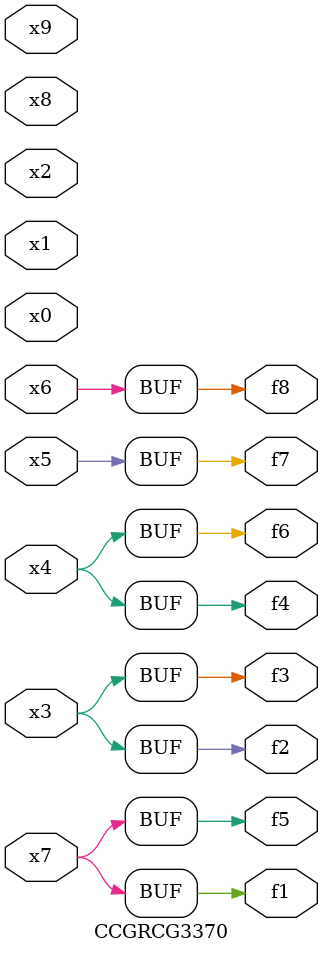
<source format=v>
module CCGRCG3370(
	input x0, x1, x2, x3, x4, x5, x6, x7, x8, x9,
	output f1, f2, f3, f4, f5, f6, f7, f8
);
	assign f1 = x7;
	assign f2 = x3;
	assign f3 = x3;
	assign f4 = x4;
	assign f5 = x7;
	assign f6 = x4;
	assign f7 = x5;
	assign f8 = x6;
endmodule

</source>
